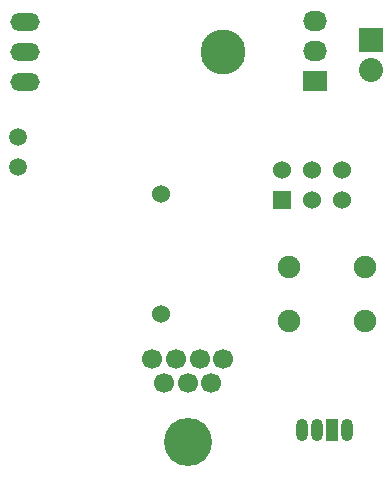
<source format=gbr>
G04 #@! TF.GenerationSoftware,KiCad,Pcbnew,(2017-09-19 revision dddaa7e69)-makepkg*
G04 #@! TF.CreationDate,2017-11-10T03:38:53+01:00*
G04 #@! TF.ProjectId,EPSON_STYLUS_DX4050_INK_CHIP_RESETTER,4550534F4E5F5354594C55535F445834,1*
G04 #@! TF.SameCoordinates,Original*
G04 #@! TF.FileFunction,Soldermask,Bot*
G04 #@! TF.FilePolarity,Negative*
%FSLAX46Y46*%
G04 Gerber Fmt 4.6, Leading zero omitted, Abs format (unit mm)*
G04 Created by KiCad (PCBNEW (2017-09-19 revision dddaa7e69)-makepkg) date 11/10/17 03:38:53*
%MOMM*%
%LPD*%
G01*
G04 APERTURE LIST*
%ADD10C,1.905000*%
%ADD11C,1.524000*%
%ADD12R,2.032000X2.032000*%
%ADD13O,2.032000X2.032000*%
%ADD14R,2.032000X1.727200*%
%ADD15O,2.032000X1.727200*%
%ADD16O,2.499360X1.501140*%
%ADD17C,3.799840*%
%ADD18C,1.501140*%
%ADD19R,1.524000X1.524000*%
%ADD20C,1.700000*%
%ADD21O,1.000000X1.900000*%
%ADD22R,1.000000X1.900000*%
%ADD23C,4.064000*%
G04 APERTURE END LIST*
D10*
X167248660Y-107752100D03*
X160802140Y-107752100D03*
X167299460Y-112247900D03*
X160850400Y-112247900D03*
D11*
X150000000Y-101520000D03*
X150000000Y-111680000D03*
D12*
X167750000Y-88500000D03*
D13*
X167750000Y-91040000D03*
D14*
X163000000Y-92000000D03*
D15*
X163000000Y-89460000D03*
X163000000Y-86920000D03*
D16*
X138500000Y-89500000D03*
X138500000Y-86960000D03*
X138500000Y-92040000D03*
D17*
X155264000Y-89500000D03*
D18*
X137900000Y-99240000D03*
X137900000Y-96700000D03*
D19*
X160210000Y-102020000D03*
D11*
X160210000Y-99480000D03*
X162750000Y-102020000D03*
X162750000Y-99480000D03*
X165290000Y-102020000D03*
X165290000Y-99480000D03*
D20*
X155250000Y-115500000D03*
X153250000Y-115500000D03*
X151250000Y-115500000D03*
X149250000Y-115500000D03*
X154250000Y-117500000D03*
X152250000Y-117500000D03*
X150250000Y-117500000D03*
D21*
X165750000Y-121500000D03*
D22*
X164480000Y-121500000D03*
D21*
X163210000Y-121500000D03*
X161940000Y-121500000D03*
D23*
X152250000Y-122500000D03*
M02*

</source>
